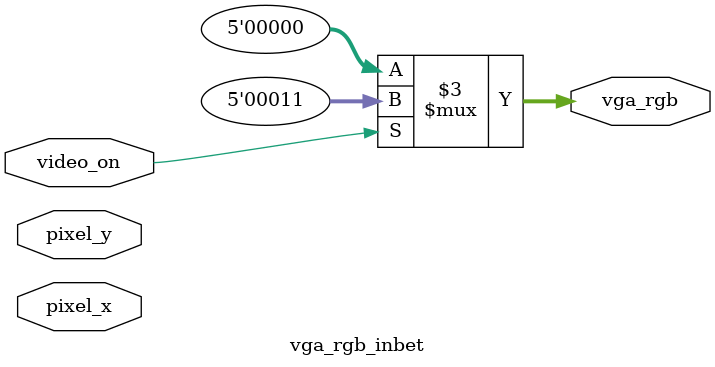
<source format=v>
module vga_rgb_inbet(
    input video_on,
    input [10:0] pixel_x, pixel_y,
    output reg [4:0] vga_rgb
    );

    always @(*)
        begin
        if (video_on)
            vga_rgb = 5'b00011;
        else
            vga_rgb = 5'b00000;
        end
endmodule

 

</source>
